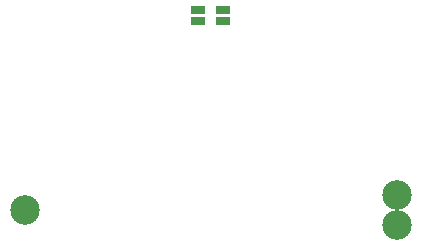
<source format=gbr>
G04 DipTrace 3.2.0.1*
G04 Âåðõíÿÿìàñêà.gbr*
%MOMM*%
G04 #@! TF.FileFunction,Soldermask,Top*
G04 #@! TF.Part,Single*
%ADD34C,2.5*%
%ADD42R,1.2X0.8*%
%FSLAX35Y35*%
G04*
G71*
G90*
G75*
G01*
G04 TopMask*
%LPD*%
D42*
X-105000Y45000D3*
X105000D3*
X-105000Y-45000D3*
X105000D3*
D34*
X-1575000Y-1650000D3*
X1575000Y-1523000D3*
Y-1777000D3*
M02*

</source>
